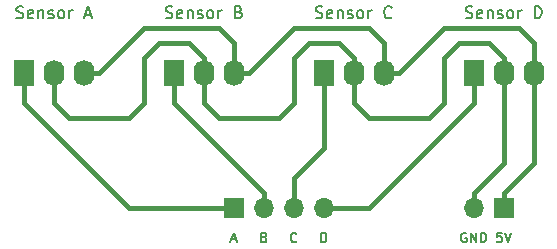
<source format=gbr>
G04 #@! TF.GenerationSoftware,KiCad,Pcbnew,(5.0.0)*
G04 #@! TF.CreationDate,2019-02-13T09:48:48+01:00*
G04 #@! TF.ProjectId,Kicad-PisuPCB,4B696361642D506973755043422E6B69,rev?*
G04 #@! TF.SameCoordinates,Original*
G04 #@! TF.FileFunction,Copper,L1,Top,Signal*
G04 #@! TF.FilePolarity,Positive*
%FSLAX46Y46*%
G04 Gerber Fmt 4.6, Leading zero omitted, Abs format (unit mm)*
G04 Created by KiCad (PCBNEW (5.0.0)) date 02/13/19 09:48:48*
%MOMM*%
%LPD*%
G01*
G04 APERTURE LIST*
G04 #@! TA.AperFunction,NonConductor*
%ADD10C,0.150000*%
G04 #@! TD*
G04 #@! TA.AperFunction,ComponentPad*
%ADD11O,1.740000X2.200000*%
G04 #@! TD*
G04 #@! TA.AperFunction,ComponentPad*
%ADD12R,1.740000X2.200000*%
G04 #@! TD*
G04 #@! TA.AperFunction,ComponentPad*
%ADD13O,1.700000X1.700000*%
G04 #@! TD*
G04 #@! TA.AperFunction,ComponentPad*
%ADD14R,1.700000X1.700000*%
G04 #@! TD*
G04 #@! TA.AperFunction,Conductor*
%ADD15C,0.400000*%
G04 #@! TD*
G04 APERTURE END LIST*
D10*
X182727619Y-79571904D02*
X182346666Y-79571904D01*
X182308571Y-79952857D01*
X182346666Y-79914761D01*
X182422857Y-79876666D01*
X182613333Y-79876666D01*
X182689523Y-79914761D01*
X182727619Y-79952857D01*
X182765714Y-80029047D01*
X182765714Y-80219523D01*
X182727619Y-80295714D01*
X182689523Y-80333809D01*
X182613333Y-80371904D01*
X182422857Y-80371904D01*
X182346666Y-80333809D01*
X182308571Y-80295714D01*
X182994285Y-79571904D02*
X183260952Y-80371904D01*
X183527619Y-79571904D01*
X179730476Y-79610000D02*
X179654285Y-79571904D01*
X179540000Y-79571904D01*
X179425714Y-79610000D01*
X179349523Y-79686190D01*
X179311428Y-79762380D01*
X179273333Y-79914761D01*
X179273333Y-80029047D01*
X179311428Y-80181428D01*
X179349523Y-80257619D01*
X179425714Y-80333809D01*
X179540000Y-80371904D01*
X179616190Y-80371904D01*
X179730476Y-80333809D01*
X179768571Y-80295714D01*
X179768571Y-80029047D01*
X179616190Y-80029047D01*
X180111428Y-80371904D02*
X180111428Y-79571904D01*
X180568571Y-80371904D01*
X180568571Y-79571904D01*
X180949523Y-80371904D02*
X180949523Y-79571904D01*
X181140000Y-79571904D01*
X181254285Y-79610000D01*
X181330476Y-79686190D01*
X181368571Y-79762380D01*
X181406666Y-79914761D01*
X181406666Y-80029047D01*
X181368571Y-80181428D01*
X181330476Y-80257619D01*
X181254285Y-80333809D01*
X181140000Y-80371904D01*
X180949523Y-80371904D01*
X179665714Y-61364761D02*
X179808571Y-61412380D01*
X180046666Y-61412380D01*
X180141904Y-61364761D01*
X180189523Y-61317142D01*
X180237142Y-61221904D01*
X180237142Y-61126666D01*
X180189523Y-61031428D01*
X180141904Y-60983809D01*
X180046666Y-60936190D01*
X179856190Y-60888571D01*
X179760952Y-60840952D01*
X179713333Y-60793333D01*
X179665714Y-60698095D01*
X179665714Y-60602857D01*
X179713333Y-60507619D01*
X179760952Y-60460000D01*
X179856190Y-60412380D01*
X180094285Y-60412380D01*
X180237142Y-60460000D01*
X181046666Y-61364761D02*
X180951428Y-61412380D01*
X180760952Y-61412380D01*
X180665714Y-61364761D01*
X180618095Y-61269523D01*
X180618095Y-60888571D01*
X180665714Y-60793333D01*
X180760952Y-60745714D01*
X180951428Y-60745714D01*
X181046666Y-60793333D01*
X181094285Y-60888571D01*
X181094285Y-60983809D01*
X180618095Y-61079047D01*
X181522857Y-60745714D02*
X181522857Y-61412380D01*
X181522857Y-60840952D02*
X181570476Y-60793333D01*
X181665714Y-60745714D01*
X181808571Y-60745714D01*
X181903809Y-60793333D01*
X181951428Y-60888571D01*
X181951428Y-61412380D01*
X182380000Y-61364761D02*
X182475238Y-61412380D01*
X182665714Y-61412380D01*
X182760952Y-61364761D01*
X182808571Y-61269523D01*
X182808571Y-61221904D01*
X182760952Y-61126666D01*
X182665714Y-61079047D01*
X182522857Y-61079047D01*
X182427619Y-61031428D01*
X182380000Y-60936190D01*
X182380000Y-60888571D01*
X182427619Y-60793333D01*
X182522857Y-60745714D01*
X182665714Y-60745714D01*
X182760952Y-60793333D01*
X183380000Y-61412380D02*
X183284761Y-61364761D01*
X183237142Y-61317142D01*
X183189523Y-61221904D01*
X183189523Y-60936190D01*
X183237142Y-60840952D01*
X183284761Y-60793333D01*
X183380000Y-60745714D01*
X183522857Y-60745714D01*
X183618095Y-60793333D01*
X183665714Y-60840952D01*
X183713333Y-60936190D01*
X183713333Y-61221904D01*
X183665714Y-61317142D01*
X183618095Y-61364761D01*
X183522857Y-61412380D01*
X183380000Y-61412380D01*
X184141904Y-61412380D02*
X184141904Y-60745714D01*
X184141904Y-60936190D02*
X184189523Y-60840952D01*
X184237142Y-60793333D01*
X184332380Y-60745714D01*
X184427619Y-60745714D01*
X185522857Y-61412380D02*
X185522857Y-60412380D01*
X185760952Y-60412380D01*
X185903809Y-60460000D01*
X185999047Y-60555238D01*
X186046666Y-60650476D01*
X186094285Y-60840952D01*
X186094285Y-60983809D01*
X186046666Y-61174285D01*
X185999047Y-61269523D01*
X185903809Y-61364761D01*
X185760952Y-61412380D01*
X185522857Y-61412380D01*
X166965714Y-61364761D02*
X167108571Y-61412380D01*
X167346666Y-61412380D01*
X167441904Y-61364761D01*
X167489523Y-61317142D01*
X167537142Y-61221904D01*
X167537142Y-61126666D01*
X167489523Y-61031428D01*
X167441904Y-60983809D01*
X167346666Y-60936190D01*
X167156190Y-60888571D01*
X167060952Y-60840952D01*
X167013333Y-60793333D01*
X166965714Y-60698095D01*
X166965714Y-60602857D01*
X167013333Y-60507619D01*
X167060952Y-60460000D01*
X167156190Y-60412380D01*
X167394285Y-60412380D01*
X167537142Y-60460000D01*
X168346666Y-61364761D02*
X168251428Y-61412380D01*
X168060952Y-61412380D01*
X167965714Y-61364761D01*
X167918095Y-61269523D01*
X167918095Y-60888571D01*
X167965714Y-60793333D01*
X168060952Y-60745714D01*
X168251428Y-60745714D01*
X168346666Y-60793333D01*
X168394285Y-60888571D01*
X168394285Y-60983809D01*
X167918095Y-61079047D01*
X168822857Y-60745714D02*
X168822857Y-61412380D01*
X168822857Y-60840952D02*
X168870476Y-60793333D01*
X168965714Y-60745714D01*
X169108571Y-60745714D01*
X169203809Y-60793333D01*
X169251428Y-60888571D01*
X169251428Y-61412380D01*
X169680000Y-61364761D02*
X169775238Y-61412380D01*
X169965714Y-61412380D01*
X170060952Y-61364761D01*
X170108571Y-61269523D01*
X170108571Y-61221904D01*
X170060952Y-61126666D01*
X169965714Y-61079047D01*
X169822857Y-61079047D01*
X169727619Y-61031428D01*
X169680000Y-60936190D01*
X169680000Y-60888571D01*
X169727619Y-60793333D01*
X169822857Y-60745714D01*
X169965714Y-60745714D01*
X170060952Y-60793333D01*
X170680000Y-61412380D02*
X170584761Y-61364761D01*
X170537142Y-61317142D01*
X170489523Y-61221904D01*
X170489523Y-60936190D01*
X170537142Y-60840952D01*
X170584761Y-60793333D01*
X170680000Y-60745714D01*
X170822857Y-60745714D01*
X170918095Y-60793333D01*
X170965714Y-60840952D01*
X171013333Y-60936190D01*
X171013333Y-61221904D01*
X170965714Y-61317142D01*
X170918095Y-61364761D01*
X170822857Y-61412380D01*
X170680000Y-61412380D01*
X171441904Y-61412380D02*
X171441904Y-60745714D01*
X171441904Y-60936190D02*
X171489523Y-60840952D01*
X171537142Y-60793333D01*
X171632380Y-60745714D01*
X171727619Y-60745714D01*
X173394285Y-61317142D02*
X173346666Y-61364761D01*
X173203809Y-61412380D01*
X173108571Y-61412380D01*
X172965714Y-61364761D01*
X172870476Y-61269523D01*
X172822857Y-61174285D01*
X172775238Y-60983809D01*
X172775238Y-60840952D01*
X172822857Y-60650476D01*
X172870476Y-60555238D01*
X172965714Y-60460000D01*
X173108571Y-60412380D01*
X173203809Y-60412380D01*
X173346666Y-60460000D01*
X173394285Y-60507619D01*
X154265714Y-61364761D02*
X154408571Y-61412380D01*
X154646666Y-61412380D01*
X154741904Y-61364761D01*
X154789523Y-61317142D01*
X154837142Y-61221904D01*
X154837142Y-61126666D01*
X154789523Y-61031428D01*
X154741904Y-60983809D01*
X154646666Y-60936190D01*
X154456190Y-60888571D01*
X154360952Y-60840952D01*
X154313333Y-60793333D01*
X154265714Y-60698095D01*
X154265714Y-60602857D01*
X154313333Y-60507619D01*
X154360952Y-60460000D01*
X154456190Y-60412380D01*
X154694285Y-60412380D01*
X154837142Y-60460000D01*
X155646666Y-61364761D02*
X155551428Y-61412380D01*
X155360952Y-61412380D01*
X155265714Y-61364761D01*
X155218095Y-61269523D01*
X155218095Y-60888571D01*
X155265714Y-60793333D01*
X155360952Y-60745714D01*
X155551428Y-60745714D01*
X155646666Y-60793333D01*
X155694285Y-60888571D01*
X155694285Y-60983809D01*
X155218095Y-61079047D01*
X156122857Y-60745714D02*
X156122857Y-61412380D01*
X156122857Y-60840952D02*
X156170476Y-60793333D01*
X156265714Y-60745714D01*
X156408571Y-60745714D01*
X156503809Y-60793333D01*
X156551428Y-60888571D01*
X156551428Y-61412380D01*
X156980000Y-61364761D02*
X157075238Y-61412380D01*
X157265714Y-61412380D01*
X157360952Y-61364761D01*
X157408571Y-61269523D01*
X157408571Y-61221904D01*
X157360952Y-61126666D01*
X157265714Y-61079047D01*
X157122857Y-61079047D01*
X157027619Y-61031428D01*
X156980000Y-60936190D01*
X156980000Y-60888571D01*
X157027619Y-60793333D01*
X157122857Y-60745714D01*
X157265714Y-60745714D01*
X157360952Y-60793333D01*
X157980000Y-61412380D02*
X157884761Y-61364761D01*
X157837142Y-61317142D01*
X157789523Y-61221904D01*
X157789523Y-60936190D01*
X157837142Y-60840952D01*
X157884761Y-60793333D01*
X157980000Y-60745714D01*
X158122857Y-60745714D01*
X158218095Y-60793333D01*
X158265714Y-60840952D01*
X158313333Y-60936190D01*
X158313333Y-61221904D01*
X158265714Y-61317142D01*
X158218095Y-61364761D01*
X158122857Y-61412380D01*
X157980000Y-61412380D01*
X158741904Y-61412380D02*
X158741904Y-60745714D01*
X158741904Y-60936190D02*
X158789523Y-60840952D01*
X158837142Y-60793333D01*
X158932380Y-60745714D01*
X159027619Y-60745714D01*
X160456190Y-60888571D02*
X160599047Y-60936190D01*
X160646666Y-60983809D01*
X160694285Y-61079047D01*
X160694285Y-61221904D01*
X160646666Y-61317142D01*
X160599047Y-61364761D01*
X160503809Y-61412380D01*
X160122857Y-61412380D01*
X160122857Y-60412380D01*
X160456190Y-60412380D01*
X160551428Y-60460000D01*
X160599047Y-60507619D01*
X160646666Y-60602857D01*
X160646666Y-60698095D01*
X160599047Y-60793333D01*
X160551428Y-60840952D01*
X160456190Y-60888571D01*
X160122857Y-60888571D01*
X141637142Y-61364761D02*
X141780000Y-61412380D01*
X142018095Y-61412380D01*
X142113333Y-61364761D01*
X142160952Y-61317142D01*
X142208571Y-61221904D01*
X142208571Y-61126666D01*
X142160952Y-61031428D01*
X142113333Y-60983809D01*
X142018095Y-60936190D01*
X141827619Y-60888571D01*
X141732380Y-60840952D01*
X141684761Y-60793333D01*
X141637142Y-60698095D01*
X141637142Y-60602857D01*
X141684761Y-60507619D01*
X141732380Y-60460000D01*
X141827619Y-60412380D01*
X142065714Y-60412380D01*
X142208571Y-60460000D01*
X143018095Y-61364761D02*
X142922857Y-61412380D01*
X142732380Y-61412380D01*
X142637142Y-61364761D01*
X142589523Y-61269523D01*
X142589523Y-60888571D01*
X142637142Y-60793333D01*
X142732380Y-60745714D01*
X142922857Y-60745714D01*
X143018095Y-60793333D01*
X143065714Y-60888571D01*
X143065714Y-60983809D01*
X142589523Y-61079047D01*
X143494285Y-60745714D02*
X143494285Y-61412380D01*
X143494285Y-60840952D02*
X143541904Y-60793333D01*
X143637142Y-60745714D01*
X143780000Y-60745714D01*
X143875238Y-60793333D01*
X143922857Y-60888571D01*
X143922857Y-61412380D01*
X144351428Y-61364761D02*
X144446666Y-61412380D01*
X144637142Y-61412380D01*
X144732380Y-61364761D01*
X144780000Y-61269523D01*
X144780000Y-61221904D01*
X144732380Y-61126666D01*
X144637142Y-61079047D01*
X144494285Y-61079047D01*
X144399047Y-61031428D01*
X144351428Y-60936190D01*
X144351428Y-60888571D01*
X144399047Y-60793333D01*
X144494285Y-60745714D01*
X144637142Y-60745714D01*
X144732380Y-60793333D01*
X145351428Y-61412380D02*
X145256190Y-61364761D01*
X145208571Y-61317142D01*
X145160952Y-61221904D01*
X145160952Y-60936190D01*
X145208571Y-60840952D01*
X145256190Y-60793333D01*
X145351428Y-60745714D01*
X145494285Y-60745714D01*
X145589523Y-60793333D01*
X145637142Y-60840952D01*
X145684761Y-60936190D01*
X145684761Y-61221904D01*
X145637142Y-61317142D01*
X145589523Y-61364761D01*
X145494285Y-61412380D01*
X145351428Y-61412380D01*
X146113333Y-61412380D02*
X146113333Y-60745714D01*
X146113333Y-60936190D02*
X146160952Y-60840952D01*
X146208571Y-60793333D01*
X146303809Y-60745714D01*
X146399047Y-60745714D01*
X147446666Y-61126666D02*
X147922857Y-61126666D01*
X147351428Y-61412380D02*
X147684761Y-60412380D01*
X148018095Y-61412380D01*
X167430476Y-80371904D02*
X167430476Y-79571904D01*
X167620952Y-79571904D01*
X167735238Y-79610000D01*
X167811428Y-79686190D01*
X167849523Y-79762380D01*
X167887619Y-79914761D01*
X167887619Y-80029047D01*
X167849523Y-80181428D01*
X167811428Y-80257619D01*
X167735238Y-80333809D01*
X167620952Y-80371904D01*
X167430476Y-80371904D01*
X165347619Y-80295714D02*
X165309523Y-80333809D01*
X165195238Y-80371904D01*
X165119047Y-80371904D01*
X165004761Y-80333809D01*
X164928571Y-80257619D01*
X164890476Y-80181428D01*
X164852380Y-80029047D01*
X164852380Y-79914761D01*
X164890476Y-79762380D01*
X164928571Y-79686190D01*
X165004761Y-79610000D01*
X165119047Y-79571904D01*
X165195238Y-79571904D01*
X165309523Y-79610000D01*
X165347619Y-79648095D01*
X162617142Y-79952857D02*
X162731428Y-79990952D01*
X162769523Y-80029047D01*
X162807619Y-80105238D01*
X162807619Y-80219523D01*
X162769523Y-80295714D01*
X162731428Y-80333809D01*
X162655238Y-80371904D01*
X162350476Y-80371904D01*
X162350476Y-79571904D01*
X162617142Y-79571904D01*
X162693333Y-79610000D01*
X162731428Y-79648095D01*
X162769523Y-79724285D01*
X162769523Y-79800476D01*
X162731428Y-79876666D01*
X162693333Y-79914761D01*
X162617142Y-79952857D01*
X162350476Y-79952857D01*
X159829523Y-80143333D02*
X160210476Y-80143333D01*
X159753333Y-80371904D02*
X160020000Y-79571904D01*
X160286666Y-80371904D01*
D11*
G04 #@! TO.P,J4,3*
G04 #@! TO.N,+5V*
X185420000Y-66040000D03*
G04 #@! TO.P,J4,2*
G04 #@! TO.N,GND*
X182880000Y-66040000D03*
D12*
G04 #@! TO.P,J4,1*
G04 #@! TO.N,Net-(J4-Pad1)*
X180340000Y-66040000D03*
G04 #@! TD*
D13*
G04 #@! TO.P,J6,2*
G04 #@! TO.N,GND*
X180340000Y-77470000D03*
D14*
G04 #@! TO.P,J6,1*
G04 #@! TO.N,+5V*
X182880000Y-77470000D03*
G04 #@! TD*
D13*
G04 #@! TO.P,J5,4*
G04 #@! TO.N,Net-(J4-Pad1)*
X167640000Y-77470000D03*
G04 #@! TO.P,J5,3*
G04 #@! TO.N,Net-(J3-Pad1)*
X165100000Y-77470000D03*
G04 #@! TO.P,J5,2*
G04 #@! TO.N,Net-(J2-Pad1)*
X162560000Y-77470000D03*
D14*
G04 #@! TO.P,J5,1*
G04 #@! TO.N,Net-(J1-Pad1)*
X160020000Y-77470000D03*
G04 #@! TD*
D11*
G04 #@! TO.P,J1,3*
G04 #@! TO.N,+5V*
X147320000Y-66040000D03*
G04 #@! TO.P,J1,2*
G04 #@! TO.N,GND*
X144780000Y-66040000D03*
D12*
G04 #@! TO.P,J1,1*
G04 #@! TO.N,Net-(J1-Pad1)*
X142240000Y-66040000D03*
G04 #@! TD*
G04 #@! TO.P,J2,1*
G04 #@! TO.N,Net-(J2-Pad1)*
X154940000Y-66040000D03*
D11*
G04 #@! TO.P,J2,2*
G04 #@! TO.N,GND*
X157480000Y-66040000D03*
G04 #@! TO.P,J2,3*
G04 #@! TO.N,+5V*
X160020000Y-66040000D03*
G04 #@! TD*
D12*
G04 #@! TO.P,J3,1*
G04 #@! TO.N,Net-(J3-Pad1)*
X167640000Y-66040000D03*
D11*
G04 #@! TO.P,J3,2*
G04 #@! TO.N,GND*
X170180000Y-66040000D03*
G04 #@! TO.P,J3,3*
G04 #@! TO.N,+5V*
X172720000Y-66040000D03*
G04 #@! TD*
D15*
G04 #@! TO.N,+5V*
X172720000Y-66040000D02*
X172720000Y-66270000D01*
X173990000Y-66040000D02*
X172720000Y-66040000D01*
X177800000Y-62230000D02*
X173990000Y-66040000D01*
X184150000Y-62230000D02*
X177800000Y-62230000D01*
X185420000Y-66040000D02*
X185420000Y-63500000D01*
X185420000Y-63500000D02*
X184150000Y-62230000D01*
X161290000Y-66040000D02*
X160020000Y-66040000D01*
X165100000Y-62230000D02*
X161290000Y-66040000D01*
X171450000Y-62230000D02*
X165100000Y-62230000D01*
X172720000Y-66040000D02*
X172720000Y-63500000D01*
X172720000Y-63500000D02*
X171450000Y-62230000D01*
X160020000Y-66040000D02*
X160020000Y-63500000D01*
X160020000Y-63500000D02*
X158750000Y-62230000D01*
X158750000Y-62230000D02*
X152400000Y-62230000D01*
X152400000Y-62230000D02*
X148590000Y-66040000D01*
X148590000Y-66040000D02*
X147320000Y-66040000D01*
X185420000Y-66040000D02*
X185420000Y-73660000D01*
X182880000Y-76200000D02*
X182880000Y-77470000D01*
X185420000Y-73660000D02*
X182880000Y-76200000D01*
G04 #@! TO.N,GND*
X157480000Y-64770000D02*
X157480000Y-66040000D01*
X153670000Y-63500000D02*
X156210000Y-63500000D01*
X144780000Y-66040000D02*
X144780000Y-68580000D01*
X144780000Y-68580000D02*
X146050000Y-69850000D01*
X146050000Y-69850000D02*
X151130000Y-69850000D01*
X151130000Y-69850000D02*
X152400000Y-68580000D01*
X156210000Y-63500000D02*
X157480000Y-64770000D01*
X152400000Y-68580000D02*
X152400000Y-64770000D01*
X152400000Y-64770000D02*
X153670000Y-63500000D01*
X168910000Y-63500000D02*
X170180000Y-64770000D01*
X166370000Y-63500000D02*
X168910000Y-63500000D01*
X170180000Y-64770000D02*
X170180000Y-66040000D01*
X157480000Y-68580000D02*
X158750000Y-69850000D01*
X157480000Y-66040000D02*
X157480000Y-68580000D01*
X158750000Y-69850000D02*
X163830000Y-69850000D01*
X163830000Y-69850000D02*
X165100000Y-68580000D01*
X165100000Y-68580000D02*
X165100000Y-64770000D01*
X165100000Y-64770000D02*
X166370000Y-63500000D01*
X181610000Y-63500000D02*
X182880000Y-64770000D01*
X182880000Y-64770000D02*
X182880000Y-66040000D01*
X170180000Y-68580000D02*
X171450000Y-69850000D01*
X170180000Y-66040000D02*
X170180000Y-68580000D01*
X171450000Y-69850000D02*
X176530000Y-69850000D01*
X176530000Y-69850000D02*
X177800000Y-68580000D01*
X179070000Y-63500000D02*
X181610000Y-63500000D01*
X177800000Y-68580000D02*
X177800000Y-64770000D01*
X177800000Y-64770000D02*
X179070000Y-63500000D01*
X180340000Y-77470000D02*
X180340000Y-76200000D01*
X182880000Y-73660000D02*
X182880000Y-66040000D01*
X180340000Y-76200000D02*
X182880000Y-73660000D01*
G04 #@! TO.N,Net-(J1-Pad1)*
X142240000Y-66040000D02*
X142240000Y-68580000D01*
X151130000Y-77470000D02*
X160020000Y-77470000D01*
X142240000Y-68580000D02*
X151130000Y-77470000D01*
G04 #@! TO.N,Net-(J2-Pad1)*
X162560000Y-76200000D02*
X162560000Y-77470000D01*
X154940000Y-66040000D02*
X154940000Y-68580000D01*
X154940000Y-68580000D02*
X162560000Y-76200000D01*
G04 #@! TO.N,Net-(J3-Pad1)*
X167640000Y-66040000D02*
X167640000Y-72390000D01*
X165100000Y-74930000D02*
X165100000Y-77470000D01*
X167640000Y-72390000D02*
X165100000Y-74930000D01*
G04 #@! TO.N,Net-(J4-Pad1)*
X171450000Y-77470000D02*
X167640000Y-77470000D01*
X180340000Y-66040000D02*
X180340000Y-68580000D01*
X180340000Y-68580000D02*
X171450000Y-77470000D01*
G04 #@! TD*
M02*

</source>
